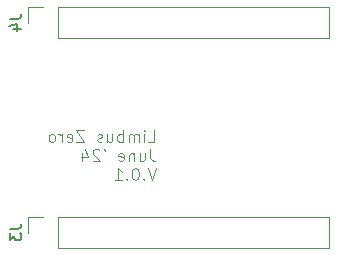
<source format=gbo>
G04 #@! TF.GenerationSoftware,KiCad,Pcbnew,8.0.3*
G04 #@! TF.CreationDate,2024-06-24T13:25:16+02:00*
G04 #@! TF.ProjectId,LimbusZero,4c696d62-7573-45a6-9572-6f2e6b696361,v.0.1*
G04 #@! TF.SameCoordinates,Original*
G04 #@! TF.FileFunction,Legend,Bot*
G04 #@! TF.FilePolarity,Positive*
%FSLAX46Y46*%
G04 Gerber Fmt 4.6, Leading zero omitted, Abs format (unit mm)*
G04 Created by KiCad (PCBNEW 8.0.3) date 2024-06-24 13:25:16*
%MOMM*%
%LPD*%
G01*
G04 APERTURE LIST*
%ADD10C,0.100000*%
%ADD11C,0.150000*%
%ADD12C,0.120000*%
%ADD13C,1.000000*%
%ADD14R,1.700000X1.700000*%
%ADD15O,1.700000X1.700000*%
G04 APERTURE END LIST*
D10*
X102851925Y-76154531D02*
X103328115Y-76154531D01*
X103328115Y-76154531D02*
X103328115Y-75154531D01*
X102518591Y-76154531D02*
X102518591Y-75487864D01*
X102518591Y-75154531D02*
X102566210Y-75202150D01*
X102566210Y-75202150D02*
X102518591Y-75249769D01*
X102518591Y-75249769D02*
X102470972Y-75202150D01*
X102470972Y-75202150D02*
X102518591Y-75154531D01*
X102518591Y-75154531D02*
X102518591Y-75249769D01*
X102042401Y-76154531D02*
X102042401Y-75487864D01*
X102042401Y-75583102D02*
X101994782Y-75535483D01*
X101994782Y-75535483D02*
X101899544Y-75487864D01*
X101899544Y-75487864D02*
X101756687Y-75487864D01*
X101756687Y-75487864D02*
X101661449Y-75535483D01*
X101661449Y-75535483D02*
X101613830Y-75630721D01*
X101613830Y-75630721D02*
X101613830Y-76154531D01*
X101613830Y-75630721D02*
X101566211Y-75535483D01*
X101566211Y-75535483D02*
X101470973Y-75487864D01*
X101470973Y-75487864D02*
X101328116Y-75487864D01*
X101328116Y-75487864D02*
X101232877Y-75535483D01*
X101232877Y-75535483D02*
X101185258Y-75630721D01*
X101185258Y-75630721D02*
X101185258Y-76154531D01*
X100709068Y-76154531D02*
X100709068Y-75154531D01*
X100709068Y-75535483D02*
X100613830Y-75487864D01*
X100613830Y-75487864D02*
X100423354Y-75487864D01*
X100423354Y-75487864D02*
X100328116Y-75535483D01*
X100328116Y-75535483D02*
X100280497Y-75583102D01*
X100280497Y-75583102D02*
X100232878Y-75678340D01*
X100232878Y-75678340D02*
X100232878Y-75964054D01*
X100232878Y-75964054D02*
X100280497Y-76059292D01*
X100280497Y-76059292D02*
X100328116Y-76106912D01*
X100328116Y-76106912D02*
X100423354Y-76154531D01*
X100423354Y-76154531D02*
X100613830Y-76154531D01*
X100613830Y-76154531D02*
X100709068Y-76106912D01*
X99375735Y-75487864D02*
X99375735Y-76154531D01*
X99804306Y-75487864D02*
X99804306Y-76011673D01*
X99804306Y-76011673D02*
X99756687Y-76106912D01*
X99756687Y-76106912D02*
X99661449Y-76154531D01*
X99661449Y-76154531D02*
X99518592Y-76154531D01*
X99518592Y-76154531D02*
X99423354Y-76106912D01*
X99423354Y-76106912D02*
X99375735Y-76059292D01*
X98947163Y-76106912D02*
X98851925Y-76154531D01*
X98851925Y-76154531D02*
X98661449Y-76154531D01*
X98661449Y-76154531D02*
X98566211Y-76106912D01*
X98566211Y-76106912D02*
X98518592Y-76011673D01*
X98518592Y-76011673D02*
X98518592Y-75964054D01*
X98518592Y-75964054D02*
X98566211Y-75868816D01*
X98566211Y-75868816D02*
X98661449Y-75821197D01*
X98661449Y-75821197D02*
X98804306Y-75821197D01*
X98804306Y-75821197D02*
X98899544Y-75773578D01*
X98899544Y-75773578D02*
X98947163Y-75678340D01*
X98947163Y-75678340D02*
X98947163Y-75630721D01*
X98947163Y-75630721D02*
X98899544Y-75535483D01*
X98899544Y-75535483D02*
X98804306Y-75487864D01*
X98804306Y-75487864D02*
X98661449Y-75487864D01*
X98661449Y-75487864D02*
X98566211Y-75535483D01*
X97423353Y-75154531D02*
X96756687Y-75154531D01*
X96756687Y-75154531D02*
X97423353Y-76154531D01*
X97423353Y-76154531D02*
X96756687Y-76154531D01*
X95994782Y-76106912D02*
X96090020Y-76154531D01*
X96090020Y-76154531D02*
X96280496Y-76154531D01*
X96280496Y-76154531D02*
X96375734Y-76106912D01*
X96375734Y-76106912D02*
X96423353Y-76011673D01*
X96423353Y-76011673D02*
X96423353Y-75630721D01*
X96423353Y-75630721D02*
X96375734Y-75535483D01*
X96375734Y-75535483D02*
X96280496Y-75487864D01*
X96280496Y-75487864D02*
X96090020Y-75487864D01*
X96090020Y-75487864D02*
X95994782Y-75535483D01*
X95994782Y-75535483D02*
X95947163Y-75630721D01*
X95947163Y-75630721D02*
X95947163Y-75725959D01*
X95947163Y-75725959D02*
X96423353Y-75821197D01*
X95518591Y-76154531D02*
X95518591Y-75487864D01*
X95518591Y-75678340D02*
X95470972Y-75583102D01*
X95470972Y-75583102D02*
X95423353Y-75535483D01*
X95423353Y-75535483D02*
X95328115Y-75487864D01*
X95328115Y-75487864D02*
X95232877Y-75487864D01*
X94756686Y-76154531D02*
X94851924Y-76106912D01*
X94851924Y-76106912D02*
X94899543Y-76059292D01*
X94899543Y-76059292D02*
X94947162Y-75964054D01*
X94947162Y-75964054D02*
X94947162Y-75678340D01*
X94947162Y-75678340D02*
X94899543Y-75583102D01*
X94899543Y-75583102D02*
X94851924Y-75535483D01*
X94851924Y-75535483D02*
X94756686Y-75487864D01*
X94756686Y-75487864D02*
X94613829Y-75487864D01*
X94613829Y-75487864D02*
X94518591Y-75535483D01*
X94518591Y-75535483D02*
X94470972Y-75583102D01*
X94470972Y-75583102D02*
X94423353Y-75678340D01*
X94423353Y-75678340D02*
X94423353Y-75964054D01*
X94423353Y-75964054D02*
X94470972Y-76059292D01*
X94470972Y-76059292D02*
X94518591Y-76106912D01*
X94518591Y-76106912D02*
X94613829Y-76154531D01*
X94613829Y-76154531D02*
X94756686Y-76154531D01*
X103042401Y-76764475D02*
X103042401Y-77478760D01*
X103042401Y-77478760D02*
X103090020Y-77621617D01*
X103090020Y-77621617D02*
X103185258Y-77716856D01*
X103185258Y-77716856D02*
X103328115Y-77764475D01*
X103328115Y-77764475D02*
X103423353Y-77764475D01*
X102137639Y-77097808D02*
X102137639Y-77764475D01*
X102566210Y-77097808D02*
X102566210Y-77621617D01*
X102566210Y-77621617D02*
X102518591Y-77716856D01*
X102518591Y-77716856D02*
X102423353Y-77764475D01*
X102423353Y-77764475D02*
X102280496Y-77764475D01*
X102280496Y-77764475D02*
X102185258Y-77716856D01*
X102185258Y-77716856D02*
X102137639Y-77669236D01*
X101661448Y-77097808D02*
X101661448Y-77764475D01*
X101661448Y-77193046D02*
X101613829Y-77145427D01*
X101613829Y-77145427D02*
X101518591Y-77097808D01*
X101518591Y-77097808D02*
X101375734Y-77097808D01*
X101375734Y-77097808D02*
X101280496Y-77145427D01*
X101280496Y-77145427D02*
X101232877Y-77240665D01*
X101232877Y-77240665D02*
X101232877Y-77764475D01*
X100375734Y-77716856D02*
X100470972Y-77764475D01*
X100470972Y-77764475D02*
X100661448Y-77764475D01*
X100661448Y-77764475D02*
X100756686Y-77716856D01*
X100756686Y-77716856D02*
X100804305Y-77621617D01*
X100804305Y-77621617D02*
X100804305Y-77240665D01*
X100804305Y-77240665D02*
X100756686Y-77145427D01*
X100756686Y-77145427D02*
X100661448Y-77097808D01*
X100661448Y-77097808D02*
X100470972Y-77097808D01*
X100470972Y-77097808D02*
X100375734Y-77145427D01*
X100375734Y-77145427D02*
X100328115Y-77240665D01*
X100328115Y-77240665D02*
X100328115Y-77335903D01*
X100328115Y-77335903D02*
X100804305Y-77431141D01*
X99090019Y-76764475D02*
X99185257Y-76954951D01*
X98709067Y-76859713D02*
X98661448Y-76812094D01*
X98661448Y-76812094D02*
X98566210Y-76764475D01*
X98566210Y-76764475D02*
X98328115Y-76764475D01*
X98328115Y-76764475D02*
X98232877Y-76812094D01*
X98232877Y-76812094D02*
X98185258Y-76859713D01*
X98185258Y-76859713D02*
X98137639Y-76954951D01*
X98137639Y-76954951D02*
X98137639Y-77050189D01*
X98137639Y-77050189D02*
X98185258Y-77193046D01*
X98185258Y-77193046D02*
X98756686Y-77764475D01*
X98756686Y-77764475D02*
X98137639Y-77764475D01*
X97280496Y-77097808D02*
X97280496Y-77764475D01*
X97518591Y-76716856D02*
X97756686Y-77431141D01*
X97756686Y-77431141D02*
X97137639Y-77431141D01*
X103470972Y-78374419D02*
X103137639Y-79374419D01*
X103137639Y-79374419D02*
X102804306Y-78374419D01*
X102470972Y-79279180D02*
X102423353Y-79326800D01*
X102423353Y-79326800D02*
X102470972Y-79374419D01*
X102470972Y-79374419D02*
X102518591Y-79326800D01*
X102518591Y-79326800D02*
X102470972Y-79279180D01*
X102470972Y-79279180D02*
X102470972Y-79374419D01*
X101804306Y-78374419D02*
X101709068Y-78374419D01*
X101709068Y-78374419D02*
X101613830Y-78422038D01*
X101613830Y-78422038D02*
X101566211Y-78469657D01*
X101566211Y-78469657D02*
X101518592Y-78564895D01*
X101518592Y-78564895D02*
X101470973Y-78755371D01*
X101470973Y-78755371D02*
X101470973Y-78993466D01*
X101470973Y-78993466D02*
X101518592Y-79183942D01*
X101518592Y-79183942D02*
X101566211Y-79279180D01*
X101566211Y-79279180D02*
X101613830Y-79326800D01*
X101613830Y-79326800D02*
X101709068Y-79374419D01*
X101709068Y-79374419D02*
X101804306Y-79374419D01*
X101804306Y-79374419D02*
X101899544Y-79326800D01*
X101899544Y-79326800D02*
X101947163Y-79279180D01*
X101947163Y-79279180D02*
X101994782Y-79183942D01*
X101994782Y-79183942D02*
X102042401Y-78993466D01*
X102042401Y-78993466D02*
X102042401Y-78755371D01*
X102042401Y-78755371D02*
X101994782Y-78564895D01*
X101994782Y-78564895D02*
X101947163Y-78469657D01*
X101947163Y-78469657D02*
X101899544Y-78422038D01*
X101899544Y-78422038D02*
X101804306Y-78374419D01*
X101042401Y-79279180D02*
X100994782Y-79326800D01*
X100994782Y-79326800D02*
X101042401Y-79374419D01*
X101042401Y-79374419D02*
X101090020Y-79326800D01*
X101090020Y-79326800D02*
X101042401Y-79279180D01*
X101042401Y-79279180D02*
X101042401Y-79374419D01*
X100042402Y-79374419D02*
X100613830Y-79374419D01*
X100328116Y-79374419D02*
X100328116Y-78374419D01*
X100328116Y-78374419D02*
X100423354Y-78517276D01*
X100423354Y-78517276D02*
X100518592Y-78612514D01*
X100518592Y-78612514D02*
X100613830Y-78660133D01*
D11*
X91104819Y-65706666D02*
X91819104Y-65706666D01*
X91819104Y-65706666D02*
X91961961Y-65659047D01*
X91961961Y-65659047D02*
X92057200Y-65563809D01*
X92057200Y-65563809D02*
X92104819Y-65420952D01*
X92104819Y-65420952D02*
X92104819Y-65325714D01*
X91438152Y-66611428D02*
X92104819Y-66611428D01*
X91057200Y-66373333D02*
X91771485Y-66135238D01*
X91771485Y-66135238D02*
X91771485Y-66754285D01*
X91104819Y-83486666D02*
X91819104Y-83486666D01*
X91819104Y-83486666D02*
X91961961Y-83439047D01*
X91961961Y-83439047D02*
X92057200Y-83343809D01*
X92057200Y-83343809D02*
X92104819Y-83200952D01*
X92104819Y-83200952D02*
X92104819Y-83105714D01*
X91104819Y-83867619D02*
X91104819Y-84486666D01*
X91104819Y-84486666D02*
X91485771Y-84153333D01*
X91485771Y-84153333D02*
X91485771Y-84296190D01*
X91485771Y-84296190D02*
X91533390Y-84391428D01*
X91533390Y-84391428D02*
X91581009Y-84439047D01*
X91581009Y-84439047D02*
X91676247Y-84486666D01*
X91676247Y-84486666D02*
X91914342Y-84486666D01*
X91914342Y-84486666D02*
X92009580Y-84439047D01*
X92009580Y-84439047D02*
X92057200Y-84391428D01*
X92057200Y-84391428D02*
X92104819Y-84296190D01*
X92104819Y-84296190D02*
X92104819Y-84010476D01*
X92104819Y-84010476D02*
X92057200Y-83915238D01*
X92057200Y-83915238D02*
X92009580Y-83867619D01*
D12*
X92650000Y-64710000D02*
X93980000Y-64710000D01*
X92650000Y-66040000D02*
X92650000Y-64710000D01*
X95250001Y-67370000D02*
X95250001Y-64710000D01*
X118170000Y-64710000D02*
X95250001Y-64710000D01*
X118170000Y-67370000D02*
X95250001Y-67370000D01*
X118170000Y-67370000D02*
X118170000Y-64710000D01*
X92650000Y-82490000D02*
X93980000Y-82490000D01*
X92650000Y-83820000D02*
X92650000Y-82490000D01*
X95250001Y-85150000D02*
X95250001Y-82490000D01*
X118170000Y-82490000D02*
X95250001Y-82490000D01*
X118170000Y-85150000D02*
X95250001Y-85150000D01*
X118170000Y-85150000D02*
X118170000Y-82490000D01*
%LPC*%
D13*
X87376000Y-72730000D03*
X87376000Y-77130000D03*
D14*
X129540000Y-66294000D03*
D15*
X129540000Y-68834000D03*
X129540000Y-71373999D03*
X129540000Y-73914000D03*
X129540000Y-76454000D03*
D14*
X93980000Y-66040000D03*
D15*
X96520000Y-66040000D03*
X99059999Y-66040000D03*
X101600000Y-66040000D03*
X104140000Y-66040000D03*
X106680000Y-66040000D03*
X109220000Y-66040000D03*
X111760001Y-66040000D03*
X114300000Y-66040000D03*
X116840000Y-66040000D03*
D14*
X93980000Y-83820000D03*
D15*
X96520000Y-83820000D03*
X99059999Y-83820000D03*
X101600000Y-83820000D03*
X104140000Y-83820000D03*
X106680000Y-83820000D03*
X109220000Y-83820000D03*
X111760001Y-83820000D03*
X114300000Y-83820000D03*
X116840000Y-83820000D03*
%LPD*%
M02*

</source>
